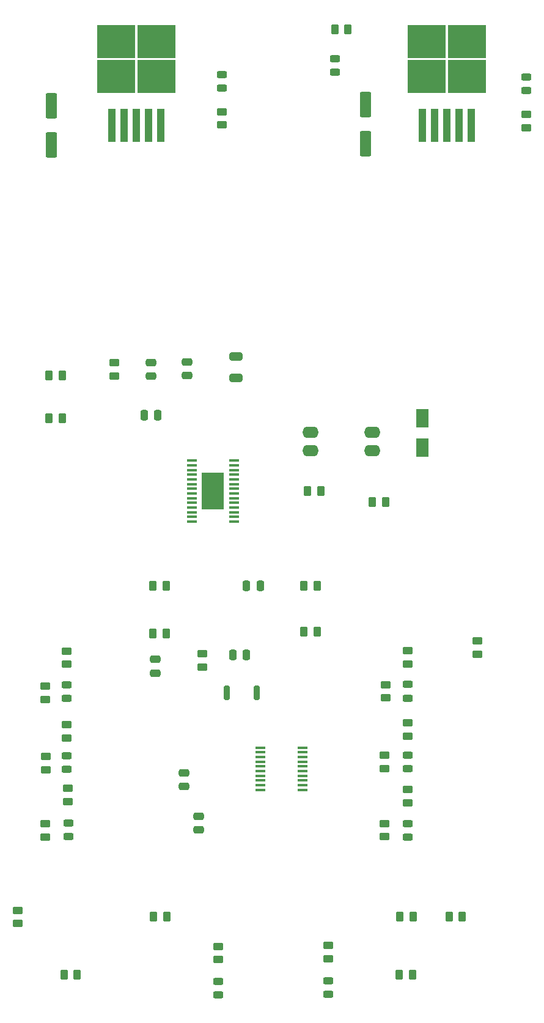
<source format=gbr>
%TF.GenerationSoftware,KiCad,Pcbnew,(6.0.7)*%
%TF.CreationDate,2022-09-18T15:45:32+05:30*%
%TF.ProjectId,Irrigation Project,49727269-6761-4746-996f-6e2050726f6a,V1.0*%
%TF.SameCoordinates,Original*%
%TF.FileFunction,Paste,Top*%
%TF.FilePolarity,Positive*%
%FSLAX46Y46*%
G04 Gerber Fmt 4.6, Leading zero omitted, Abs format (unit mm)*
G04 Created by KiCad (PCBNEW (6.0.7)) date 2022-09-18 15:45:32*
%MOMM*%
%LPD*%
G01*
G04 APERTURE LIST*
G04 Aperture macros list*
%AMRoundRect*
0 Rectangle with rounded corners*
0 $1 Rounding radius*
0 $2 $3 $4 $5 $6 $7 $8 $9 X,Y pos of 4 corners*
0 Add a 4 corners polygon primitive as box body*
4,1,4,$2,$3,$4,$5,$6,$7,$8,$9,$2,$3,0*
0 Add four circle primitives for the rounded corners*
1,1,$1+$1,$2,$3*
1,1,$1+$1,$4,$5*
1,1,$1+$1,$6,$7*
1,1,$1+$1,$8,$9*
0 Add four rect primitives between the rounded corners*
20,1,$1+$1,$2,$3,$4,$5,0*
20,1,$1+$1,$4,$5,$6,$7,0*
20,1,$1+$1,$6,$7,$8,$9,0*
20,1,$1+$1,$8,$9,$2,$3,0*%
G04 Aperture macros list end*
%ADD10RoundRect,0.250000X0.250000X0.475000X-0.250000X0.475000X-0.250000X-0.475000X0.250000X-0.475000X0*%
%ADD11RoundRect,0.250000X-0.262500X-0.450000X0.262500X-0.450000X0.262500X0.450000X-0.262500X0.450000X0*%
%ADD12RoundRect,0.250000X0.450000X-0.262500X0.450000X0.262500X-0.450000X0.262500X-0.450000X-0.262500X0*%
%ADD13RoundRect,0.250000X-0.550000X1.500000X-0.550000X-1.500000X0.550000X-1.500000X0.550000X1.500000X0*%
%ADD14RoundRect,0.243750X0.456250X-0.243750X0.456250X0.243750X-0.456250X0.243750X-0.456250X-0.243750X0*%
%ADD15RoundRect,0.250000X0.262500X0.450000X-0.262500X0.450000X-0.262500X-0.450000X0.262500X-0.450000X0*%
%ADD16RoundRect,0.250000X-0.450000X0.262500X-0.450000X-0.262500X0.450000X-0.262500X0.450000X0.262500X0*%
%ADD17R,1.475000X0.450000*%
%ADD18R,3.100000X5.180000*%
%ADD19RoundRect,0.250000X-0.650000X0.325000X-0.650000X-0.325000X0.650000X-0.325000X0.650000X0.325000X0*%
%ADD20RoundRect,0.250000X0.475000X-0.250000X0.475000X0.250000X-0.475000X0.250000X-0.475000X-0.250000X0*%
%ADD21RoundRect,0.250000X-0.250000X-0.475000X0.250000X-0.475000X0.250000X0.475000X-0.250000X0.475000X0*%
%ADD22R,5.250000X4.550000*%
%ADD23R,1.100000X4.600000*%
%ADD24RoundRect,0.243750X-0.456250X0.243750X-0.456250X-0.243750X0.456250X-0.243750X0.456250X0.243750X0*%
%ADD25RoundRect,0.200000X-0.200000X-0.800000X0.200000X-0.800000X0.200000X0.800000X-0.200000X0.800000X0*%
%ADD26R,1.800000X2.500000*%
%ADD27O,2.250000X1.600000*%
%ADD28RoundRect,0.250000X-0.475000X0.250000X-0.475000X-0.250000X0.475000X-0.250000X0.475000X0.250000X0*%
G04 APERTURE END LIST*
D10*
%TO.C,C7*%
X108350000Y-75300000D03*
X106450000Y-75300000D03*
%TD*%
D11*
%TO.C,R14*%
X128587500Y-105300000D03*
X130412500Y-105300000D03*
%TD*%
D12*
%TO.C,R22*%
X117200000Y-35162500D03*
X117200000Y-33337500D03*
%TD*%
%TO.C,R21*%
X159400000Y-35537500D03*
X159400000Y-33712500D03*
%TD*%
D13*
%TO.C,C5*%
X137100000Y-32325000D03*
X137100000Y-37725000D03*
%TD*%
D14*
%TO.C,D8*%
X143000000Y-114500000D03*
X143000000Y-112625000D03*
%TD*%
D15*
%TO.C,R8*%
X95100000Y-69800000D03*
X93275000Y-69800000D03*
%TD*%
D14*
%TO.C,D3*%
X95750000Y-124362500D03*
X95750000Y-122487500D03*
%TD*%
D15*
%TO.C,R26*%
X139912500Y-87400000D03*
X138087500Y-87400000D03*
%TD*%
%TO.C,R7*%
X109512500Y-105600000D03*
X107687500Y-105600000D03*
%TD*%
D12*
%TO.C,R6*%
X95900000Y-128837500D03*
X95900000Y-127012500D03*
%TD*%
D14*
%TO.C,D2*%
X96000000Y-133675000D03*
X96000000Y-131800000D03*
%TD*%
D15*
%TO.C,R29*%
X143712500Y-144800000D03*
X141887500Y-144800000D03*
%TD*%
D16*
%TO.C,R27*%
X114500000Y-108387500D03*
X114500000Y-110212500D03*
%TD*%
D17*
%TO.C,IC1*%
X122562000Y-121375000D03*
X122562000Y-122025000D03*
X122562000Y-122675000D03*
X122562000Y-123325000D03*
X122562000Y-123975000D03*
X122562000Y-124625000D03*
X122562000Y-125275000D03*
X122562000Y-125925000D03*
X122562000Y-126575000D03*
X122562000Y-127225000D03*
X128438000Y-127225000D03*
X128438000Y-126575000D03*
X128438000Y-125925000D03*
X128438000Y-125275000D03*
X128438000Y-124625000D03*
X128438000Y-123975000D03*
X128438000Y-123325000D03*
X128438000Y-122675000D03*
X128438000Y-122025000D03*
X128438000Y-121375000D03*
%TD*%
D14*
%TO.C,D1*%
X95700000Y-114550000D03*
X95700000Y-112675000D03*
%TD*%
D11*
%TO.C,R20*%
X132887500Y-21925000D03*
X134712500Y-21925000D03*
%TD*%
D16*
%TO.C,R24*%
X132000000Y-148787500D03*
X132000000Y-150612500D03*
%TD*%
D17*
%TO.C,M1*%
X113062000Y-81625000D03*
X113062000Y-82275000D03*
X113062000Y-82925000D03*
X113062000Y-83575000D03*
X113062000Y-84225000D03*
X113062000Y-84875000D03*
X113062000Y-85525000D03*
X113062000Y-86175000D03*
X113062000Y-86825000D03*
X113062000Y-87475000D03*
X113062000Y-88125000D03*
X113062000Y-88775000D03*
X113062000Y-89425000D03*
X113062000Y-90075000D03*
X118938000Y-90075000D03*
X118938000Y-89425000D03*
X118938000Y-88775000D03*
X118938000Y-88125000D03*
X118938000Y-87475000D03*
X118938000Y-86825000D03*
X118938000Y-86175000D03*
X118938000Y-85525000D03*
X118938000Y-84875000D03*
X118938000Y-84225000D03*
X118938000Y-83575000D03*
X118938000Y-82925000D03*
X118938000Y-82275000D03*
X118938000Y-81625000D03*
D18*
X116000000Y-85850000D03*
%TD*%
D12*
%TO.C,R16*%
X139800000Y-124275000D03*
X139800000Y-122450000D03*
%TD*%
D19*
%TO.C,C1*%
X119200000Y-67225000D03*
X119200000Y-70175000D03*
%TD*%
D20*
%TO.C,C12*%
X112000000Y-126750000D03*
X112000000Y-124850000D03*
%TD*%
D16*
%TO.C,R30*%
X89000000Y-143887500D03*
X89000000Y-145712500D03*
%TD*%
D14*
%TO.C,D9*%
X132900000Y-27862500D03*
X132900000Y-25987500D03*
%TD*%
%TO.C,D7*%
X143000000Y-124300000D03*
X143000000Y-122425000D03*
%TD*%
D15*
%TO.C,R4*%
X109512500Y-99000000D03*
X107687500Y-99000000D03*
%TD*%
D21*
%TO.C,C13*%
X118750000Y-108500000D03*
X120650000Y-108500000D03*
%TD*%
D20*
%TO.C,C3*%
X112400000Y-69850000D03*
X112400000Y-67950000D03*
%TD*%
D12*
%TO.C,R19*%
X143000000Y-109775000D03*
X143000000Y-107950000D03*
%TD*%
D22*
%TO.C,U1*%
X151175000Y-23600000D03*
X145625000Y-23600000D03*
X145625000Y-28450000D03*
X151175000Y-28450000D03*
D23*
X145000000Y-35175000D03*
X146700000Y-35175000D03*
X148400000Y-35175000D03*
X150100000Y-35175000D03*
X151800000Y-35175000D03*
%TD*%
D14*
%TO.C,D6*%
X143000000Y-133737500D03*
X143000000Y-131862500D03*
%TD*%
D13*
%TO.C,C6*%
X93600000Y-32494888D03*
X93600000Y-37894888D03*
%TD*%
D20*
%TO.C,C4*%
X107400000Y-69950000D03*
X107400000Y-68050000D03*
%TD*%
D15*
%TO.C,R9*%
X95112500Y-75800000D03*
X93287500Y-75800000D03*
%TD*%
D22*
%TO.C,U2*%
X108175000Y-23600000D03*
X108175000Y-28450000D03*
X102625000Y-23600000D03*
X102625000Y-28450000D03*
D23*
X102000000Y-35175000D03*
X103700000Y-35175000D03*
X105400000Y-35175000D03*
X107100000Y-35175000D03*
X108800000Y-35175000D03*
%TD*%
D11*
%TO.C,R33*%
X141792612Y-152800000D03*
X143617612Y-152800000D03*
%TD*%
D24*
%TO.C,D11*%
X117200000Y-28162500D03*
X117200000Y-30037500D03*
%TD*%
D12*
%TO.C,R2*%
X95700000Y-109837500D03*
X95700000Y-108012500D03*
%TD*%
D25*
%TO.C,SW7*%
X117900000Y-113800000D03*
X122100000Y-113800000D03*
%TD*%
D24*
%TO.C,D10*%
X159400000Y-28487500D03*
X159400000Y-30362500D03*
%TD*%
D11*
%TO.C,R32*%
X107787500Y-144800000D03*
X109612500Y-144800000D03*
%TD*%
D15*
%TO.C,R23*%
X130912500Y-85800000D03*
X129087500Y-85800000D03*
%TD*%
D11*
%TO.C,R34*%
X95387500Y-152800000D03*
X97212500Y-152800000D03*
%TD*%
D16*
%TO.C,R3*%
X102300000Y-68087500D03*
X102300000Y-69912500D03*
%TD*%
D12*
%TO.C,R1*%
X92800000Y-114687500D03*
X92800000Y-112862500D03*
%TD*%
%TO.C,R17*%
X143000000Y-119775000D03*
X143000000Y-117950000D03*
%TD*%
D16*
%TO.C,R25*%
X116700000Y-148887500D03*
X116700000Y-150712500D03*
%TD*%
D26*
%TO.C,D14*%
X145000000Y-79800000D03*
X145000000Y-75800000D03*
%TD*%
D27*
%TO.C,U3*%
X129550000Y-77730000D03*
X129550000Y-80270000D03*
X138050000Y-80270000D03*
X138050000Y-77730000D03*
%TD*%
D12*
%TO.C,R11*%
X95750000Y-120037500D03*
X95750000Y-118212500D03*
%TD*%
D21*
%TO.C,C8*%
X120650000Y-99000000D03*
X122550000Y-99000000D03*
%TD*%
D14*
%TO.C,D13*%
X116700000Y-155637500D03*
X116700000Y-153762500D03*
%TD*%
D28*
%TO.C,C11*%
X114000000Y-130850000D03*
X114000000Y-132750000D03*
%TD*%
D12*
%TO.C,R18*%
X139900000Y-114475000D03*
X139900000Y-112650000D03*
%TD*%
%TO.C,R12*%
X139800000Y-133712500D03*
X139800000Y-131887500D03*
%TD*%
%TO.C,R5*%
X92800000Y-133750000D03*
X92800000Y-131925000D03*
%TD*%
D14*
%TO.C,D12*%
X132000000Y-155537500D03*
X132000000Y-153662500D03*
%TD*%
D20*
%TO.C,C2*%
X108000000Y-111050000D03*
X108000000Y-109150000D03*
%TD*%
D11*
%TO.C,R15*%
X128587500Y-99000000D03*
X130412500Y-99000000D03*
%TD*%
D12*
%TO.C,R10*%
X92850000Y-124437500D03*
X92850000Y-122612500D03*
%TD*%
%TO.C,R13*%
X143000000Y-129000000D03*
X143000000Y-127175000D03*
%TD*%
D16*
%TO.C,R28*%
X152600000Y-106587500D03*
X152600000Y-108412500D03*
%TD*%
D11*
%TO.C,R31*%
X148692612Y-144800000D03*
X150517612Y-144800000D03*
%TD*%
M02*

</source>
